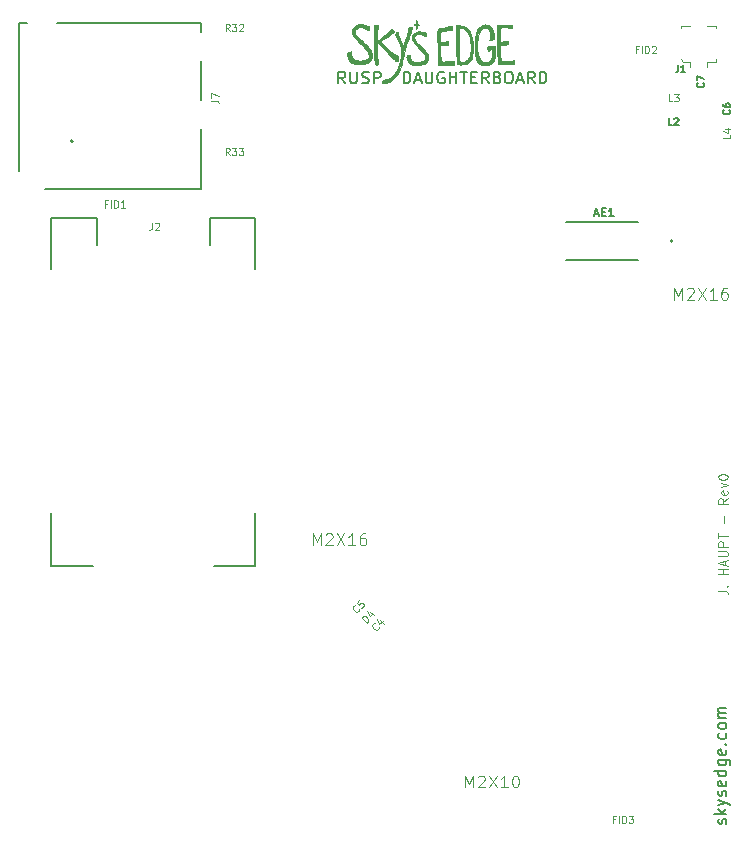
<source format=gbr>
G04 #@! TF.GenerationSoftware,KiCad,Pcbnew,5.1.6+dfsg1-1~bpo10+1*
G04 #@! TF.CreationDate,2021-06-19T16:41:49-04:00*
G04 #@! TF.ProjectId,RUSP_Daughterboard,52555350-5f44-4617-9567-68746572626f,rev?*
G04 #@! TF.SameCoordinates,Original*
G04 #@! TF.FileFunction,Legend,Top*
G04 #@! TF.FilePolarity,Positive*
%FSLAX46Y46*%
G04 Gerber Fmt 4.6, Leading zero omitted, Abs format (unit mm)*
G04 Created by KiCad (PCBNEW 5.1.6+dfsg1-1~bpo10+1) date 2021-06-19 16:41:49*
%MOMM*%
%LPD*%
G01*
G04 APERTURE LIST*
%ADD10C,0.120000*%
%ADD11C,0.150000*%
%ADD12C,0.200000*%
%ADD13C,0.127000*%
%ADD14C,0.010000*%
%ADD15C,0.130000*%
G04 APERTURE END LIST*
D10*
X156161904Y-134452380D02*
X156161904Y-133452380D01*
X156495238Y-134166666D01*
X156828571Y-133452380D01*
X156828571Y-134452380D01*
X157257142Y-133547619D02*
X157304761Y-133500000D01*
X157400000Y-133452380D01*
X157638095Y-133452380D01*
X157733333Y-133500000D01*
X157780952Y-133547619D01*
X157828571Y-133642857D01*
X157828571Y-133738095D01*
X157780952Y-133880952D01*
X157209523Y-134452380D01*
X157828571Y-134452380D01*
X158161904Y-133452380D02*
X158828571Y-134452380D01*
X158828571Y-133452380D02*
X158161904Y-134452380D01*
X159733333Y-134452380D02*
X159161904Y-134452380D01*
X159447619Y-134452380D02*
X159447619Y-133452380D01*
X159352380Y-133595238D01*
X159257142Y-133690476D01*
X159161904Y-133738095D01*
X160352380Y-133452380D02*
X160447619Y-133452380D01*
X160542857Y-133500000D01*
X160590476Y-133547619D01*
X160638095Y-133642857D01*
X160685714Y-133833333D01*
X160685714Y-134071428D01*
X160638095Y-134261904D01*
X160590476Y-134357142D01*
X160542857Y-134404761D01*
X160447619Y-134452380D01*
X160352380Y-134452380D01*
X160257142Y-134404761D01*
X160209523Y-134357142D01*
X160161904Y-134261904D01*
X160114285Y-134071428D01*
X160114285Y-133833333D01*
X160161904Y-133642857D01*
X160209523Y-133547619D01*
X160257142Y-133500000D01*
X160352380Y-133452380D01*
X143261904Y-113952380D02*
X143261904Y-112952380D01*
X143595238Y-113666666D01*
X143928571Y-112952380D01*
X143928571Y-113952380D01*
X144357142Y-113047619D02*
X144404761Y-113000000D01*
X144500000Y-112952380D01*
X144738095Y-112952380D01*
X144833333Y-113000000D01*
X144880952Y-113047619D01*
X144928571Y-113142857D01*
X144928571Y-113238095D01*
X144880952Y-113380952D01*
X144309523Y-113952380D01*
X144928571Y-113952380D01*
X145261904Y-112952380D02*
X145928571Y-113952380D01*
X145928571Y-112952380D02*
X145261904Y-113952380D01*
X146833333Y-113952380D02*
X146261904Y-113952380D01*
X146547619Y-113952380D02*
X146547619Y-112952380D01*
X146452380Y-113095238D01*
X146357142Y-113190476D01*
X146261904Y-113238095D01*
X147690476Y-112952380D02*
X147500000Y-112952380D01*
X147404761Y-113000000D01*
X147357142Y-113047619D01*
X147261904Y-113190476D01*
X147214285Y-113380952D01*
X147214285Y-113761904D01*
X147261904Y-113857142D01*
X147309523Y-113904761D01*
X147404761Y-113952380D01*
X147595238Y-113952380D01*
X147690476Y-113904761D01*
X147738095Y-113857142D01*
X147785714Y-113761904D01*
X147785714Y-113523809D01*
X147738095Y-113428571D01*
X147690476Y-113380952D01*
X147595238Y-113333333D01*
X147404761Y-113333333D01*
X147309523Y-113380952D01*
X147261904Y-113428571D01*
X147214285Y-113523809D01*
X173861904Y-93152380D02*
X173861904Y-92152380D01*
X174195238Y-92866666D01*
X174528571Y-92152380D01*
X174528571Y-93152380D01*
X174957142Y-92247619D02*
X175004761Y-92200000D01*
X175100000Y-92152380D01*
X175338095Y-92152380D01*
X175433333Y-92200000D01*
X175480952Y-92247619D01*
X175528571Y-92342857D01*
X175528571Y-92438095D01*
X175480952Y-92580952D01*
X174909523Y-93152380D01*
X175528571Y-93152380D01*
X175861904Y-92152380D02*
X176528571Y-93152380D01*
X176528571Y-92152380D02*
X175861904Y-93152380D01*
X177433333Y-93152380D02*
X176861904Y-93152380D01*
X177147619Y-93152380D02*
X177147619Y-92152380D01*
X177052380Y-92295238D01*
X176957142Y-92390476D01*
X176861904Y-92438095D01*
X178290476Y-92152380D02*
X178100000Y-92152380D01*
X178004761Y-92200000D01*
X177957142Y-92247619D01*
X177861904Y-92390476D01*
X177814285Y-92580952D01*
X177814285Y-92961904D01*
X177861904Y-93057142D01*
X177909523Y-93104761D01*
X178004761Y-93152380D01*
X178195238Y-93152380D01*
X178290476Y-93104761D01*
X178338095Y-93057142D01*
X178385714Y-92961904D01*
X178385714Y-92723809D01*
X178338095Y-92628571D01*
X178290476Y-92580952D01*
X178195238Y-92533333D01*
X178004761Y-92533333D01*
X177909523Y-92580952D01*
X177861904Y-92628571D01*
X177814285Y-92723809D01*
X177561904Y-117800000D02*
X178133333Y-117800000D01*
X178247619Y-117838095D01*
X178323809Y-117914285D01*
X178361904Y-118028571D01*
X178361904Y-118104761D01*
X178285714Y-117419047D02*
X178323809Y-117380952D01*
X178361904Y-117419047D01*
X178323809Y-117457142D01*
X178285714Y-117419047D01*
X178361904Y-117419047D01*
X178361904Y-116428571D02*
X177561904Y-116428571D01*
X177942857Y-116428571D02*
X177942857Y-115971428D01*
X178361904Y-115971428D02*
X177561904Y-115971428D01*
X178133333Y-115628571D02*
X178133333Y-115247619D01*
X178361904Y-115704761D02*
X177561904Y-115438095D01*
X178361904Y-115171428D01*
X177561904Y-114904761D02*
X178209523Y-114904761D01*
X178285714Y-114866666D01*
X178323809Y-114828571D01*
X178361904Y-114752380D01*
X178361904Y-114600000D01*
X178323809Y-114523809D01*
X178285714Y-114485714D01*
X178209523Y-114447619D01*
X177561904Y-114447619D01*
X178361904Y-114066666D02*
X177561904Y-114066666D01*
X177561904Y-113761904D01*
X177600000Y-113685714D01*
X177638095Y-113647619D01*
X177714285Y-113609523D01*
X177828571Y-113609523D01*
X177904761Y-113647619D01*
X177942857Y-113685714D01*
X177980952Y-113761904D01*
X177980952Y-114066666D01*
X177561904Y-113380952D02*
X177561904Y-112923809D01*
X178361904Y-113152380D02*
X177561904Y-113152380D01*
X178057142Y-112047619D02*
X178057142Y-111438095D01*
X178361904Y-109990476D02*
X177980952Y-110257142D01*
X178361904Y-110447619D02*
X177561904Y-110447619D01*
X177561904Y-110142857D01*
X177600000Y-110066666D01*
X177638095Y-110028571D01*
X177714285Y-109990476D01*
X177828571Y-109990476D01*
X177904761Y-110028571D01*
X177942857Y-110066666D01*
X177980952Y-110142857D01*
X177980952Y-110447619D01*
X178323809Y-109342857D02*
X178361904Y-109419047D01*
X178361904Y-109571428D01*
X178323809Y-109647619D01*
X178247619Y-109685714D01*
X177942857Y-109685714D01*
X177866666Y-109647619D01*
X177828571Y-109571428D01*
X177828571Y-109419047D01*
X177866666Y-109342857D01*
X177942857Y-109304761D01*
X178019047Y-109304761D01*
X178095238Y-109685714D01*
X177828571Y-109038095D02*
X178361904Y-108847619D01*
X177828571Y-108657142D01*
X177561904Y-108200000D02*
X177561904Y-108123809D01*
X177600000Y-108047619D01*
X177638095Y-108009523D01*
X177714285Y-107971428D01*
X177866666Y-107933333D01*
X178057142Y-107933333D01*
X178209523Y-107971428D01*
X178285714Y-108009523D01*
X178323809Y-108047619D01*
X178361904Y-108123809D01*
X178361904Y-108200000D01*
X178323809Y-108276190D01*
X178285714Y-108314285D01*
X178209523Y-108352380D01*
X178057142Y-108390476D01*
X177866666Y-108390476D01*
X177714285Y-108352380D01*
X177638095Y-108314285D01*
X177600000Y-108276190D01*
X177561904Y-108200000D01*
D11*
X178204761Y-137552380D02*
X178252380Y-137457142D01*
X178252380Y-137266666D01*
X178204761Y-137171428D01*
X178109523Y-137123809D01*
X178061904Y-137123809D01*
X177966666Y-137171428D01*
X177919047Y-137266666D01*
X177919047Y-137409523D01*
X177871428Y-137504761D01*
X177776190Y-137552380D01*
X177728571Y-137552380D01*
X177633333Y-137504761D01*
X177585714Y-137409523D01*
X177585714Y-137266666D01*
X177633333Y-137171428D01*
X178252380Y-136695238D02*
X177252380Y-136695238D01*
X177871428Y-136600000D02*
X178252380Y-136314285D01*
X177585714Y-136314285D02*
X177966666Y-136695238D01*
X177585714Y-135980952D02*
X178252380Y-135742857D01*
X177585714Y-135504761D02*
X178252380Y-135742857D01*
X178490476Y-135838095D01*
X178538095Y-135885714D01*
X178585714Y-135980952D01*
X178204761Y-135171428D02*
X178252380Y-135076190D01*
X178252380Y-134885714D01*
X178204761Y-134790476D01*
X178109523Y-134742857D01*
X178061904Y-134742857D01*
X177966666Y-134790476D01*
X177919047Y-134885714D01*
X177919047Y-135028571D01*
X177871428Y-135123809D01*
X177776190Y-135171428D01*
X177728571Y-135171428D01*
X177633333Y-135123809D01*
X177585714Y-135028571D01*
X177585714Y-134885714D01*
X177633333Y-134790476D01*
X178204761Y-133933333D02*
X178252380Y-134028571D01*
X178252380Y-134219047D01*
X178204761Y-134314285D01*
X178109523Y-134361904D01*
X177728571Y-134361904D01*
X177633333Y-134314285D01*
X177585714Y-134219047D01*
X177585714Y-134028571D01*
X177633333Y-133933333D01*
X177728571Y-133885714D01*
X177823809Y-133885714D01*
X177919047Y-134361904D01*
X178252380Y-133028571D02*
X177252380Y-133028571D01*
X178204761Y-133028571D02*
X178252380Y-133123809D01*
X178252380Y-133314285D01*
X178204761Y-133409523D01*
X178157142Y-133457142D01*
X178061904Y-133504761D01*
X177776190Y-133504761D01*
X177680952Y-133457142D01*
X177633333Y-133409523D01*
X177585714Y-133314285D01*
X177585714Y-133123809D01*
X177633333Y-133028571D01*
X177585714Y-132123809D02*
X178395238Y-132123809D01*
X178490476Y-132171428D01*
X178538095Y-132219047D01*
X178585714Y-132314285D01*
X178585714Y-132457142D01*
X178538095Y-132552380D01*
X178204761Y-132123809D02*
X178252380Y-132219047D01*
X178252380Y-132409523D01*
X178204761Y-132504761D01*
X178157142Y-132552380D01*
X178061904Y-132600000D01*
X177776190Y-132600000D01*
X177680952Y-132552380D01*
X177633333Y-132504761D01*
X177585714Y-132409523D01*
X177585714Y-132219047D01*
X177633333Y-132123809D01*
X178204761Y-131266666D02*
X178252380Y-131361904D01*
X178252380Y-131552380D01*
X178204761Y-131647619D01*
X178109523Y-131695238D01*
X177728571Y-131695238D01*
X177633333Y-131647619D01*
X177585714Y-131552380D01*
X177585714Y-131361904D01*
X177633333Y-131266666D01*
X177728571Y-131219047D01*
X177823809Y-131219047D01*
X177919047Y-131695238D01*
X178157142Y-130790476D02*
X178204761Y-130742857D01*
X178252380Y-130790476D01*
X178204761Y-130838095D01*
X178157142Y-130790476D01*
X178252380Y-130790476D01*
X178204761Y-129885714D02*
X178252380Y-129980952D01*
X178252380Y-130171428D01*
X178204761Y-130266666D01*
X178157142Y-130314285D01*
X178061904Y-130361904D01*
X177776190Y-130361904D01*
X177680952Y-130314285D01*
X177633333Y-130266666D01*
X177585714Y-130171428D01*
X177585714Y-129980952D01*
X177633333Y-129885714D01*
X178252380Y-129314285D02*
X178204761Y-129409523D01*
X178157142Y-129457142D01*
X178061904Y-129504761D01*
X177776190Y-129504761D01*
X177680952Y-129457142D01*
X177633333Y-129409523D01*
X177585714Y-129314285D01*
X177585714Y-129171428D01*
X177633333Y-129076190D01*
X177680952Y-129028571D01*
X177776190Y-128980952D01*
X178061904Y-128980952D01*
X178157142Y-129028571D01*
X178204761Y-129076190D01*
X178252380Y-129171428D01*
X178252380Y-129314285D01*
X178252380Y-128552380D02*
X177585714Y-128552380D01*
X177680952Y-128552380D02*
X177633333Y-128504761D01*
X177585714Y-128409523D01*
X177585714Y-128266666D01*
X177633333Y-128171428D01*
X177728571Y-128123809D01*
X178252380Y-128123809D01*
X177728571Y-128123809D02*
X177633333Y-128076190D01*
X177585714Y-127980952D01*
X177585714Y-127838095D01*
X177633333Y-127742857D01*
X177728571Y-127695238D01*
X178252380Y-127695238D01*
X145985714Y-74852380D02*
X145652380Y-74376190D01*
X145414285Y-74852380D02*
X145414285Y-73852380D01*
X145795238Y-73852380D01*
X145890476Y-73900000D01*
X145938095Y-73947619D01*
X145985714Y-74042857D01*
X145985714Y-74185714D01*
X145938095Y-74280952D01*
X145890476Y-74328571D01*
X145795238Y-74376190D01*
X145414285Y-74376190D01*
X146414285Y-73852380D02*
X146414285Y-74661904D01*
X146461904Y-74757142D01*
X146509523Y-74804761D01*
X146604761Y-74852380D01*
X146795238Y-74852380D01*
X146890476Y-74804761D01*
X146938095Y-74757142D01*
X146985714Y-74661904D01*
X146985714Y-73852380D01*
X147414285Y-74804761D02*
X147557142Y-74852380D01*
X147795238Y-74852380D01*
X147890476Y-74804761D01*
X147938095Y-74757142D01*
X147985714Y-74661904D01*
X147985714Y-74566666D01*
X147938095Y-74471428D01*
X147890476Y-74423809D01*
X147795238Y-74376190D01*
X147604761Y-74328571D01*
X147509523Y-74280952D01*
X147461904Y-74233333D01*
X147414285Y-74138095D01*
X147414285Y-74042857D01*
X147461904Y-73947619D01*
X147509523Y-73900000D01*
X147604761Y-73852380D01*
X147842857Y-73852380D01*
X147985714Y-73900000D01*
X148414285Y-74852380D02*
X148414285Y-73852380D01*
X148795238Y-73852380D01*
X148890476Y-73900000D01*
X148938095Y-73947619D01*
X148985714Y-74042857D01*
X148985714Y-74185714D01*
X148938095Y-74280952D01*
X148890476Y-74328571D01*
X148795238Y-74376190D01*
X148414285Y-74376190D01*
X150938095Y-74852380D02*
X150938095Y-73852380D01*
X151176190Y-73852380D01*
X151319047Y-73900000D01*
X151414285Y-73995238D01*
X151461904Y-74090476D01*
X151509523Y-74280952D01*
X151509523Y-74423809D01*
X151461904Y-74614285D01*
X151414285Y-74709523D01*
X151319047Y-74804761D01*
X151176190Y-74852380D01*
X150938095Y-74852380D01*
X151890476Y-74566666D02*
X152366666Y-74566666D01*
X151795238Y-74852380D02*
X152128571Y-73852380D01*
X152461904Y-74852380D01*
X152795238Y-73852380D02*
X152795238Y-74661904D01*
X152842857Y-74757142D01*
X152890476Y-74804761D01*
X152985714Y-74852380D01*
X153176190Y-74852380D01*
X153271428Y-74804761D01*
X153319047Y-74757142D01*
X153366666Y-74661904D01*
X153366666Y-73852380D01*
X154366666Y-73900000D02*
X154271428Y-73852380D01*
X154128571Y-73852380D01*
X153985714Y-73900000D01*
X153890476Y-73995238D01*
X153842857Y-74090476D01*
X153795238Y-74280952D01*
X153795238Y-74423809D01*
X153842857Y-74614285D01*
X153890476Y-74709523D01*
X153985714Y-74804761D01*
X154128571Y-74852380D01*
X154223809Y-74852380D01*
X154366666Y-74804761D01*
X154414285Y-74757142D01*
X154414285Y-74423809D01*
X154223809Y-74423809D01*
X154842857Y-74852380D02*
X154842857Y-73852380D01*
X154842857Y-74328571D02*
X155414285Y-74328571D01*
X155414285Y-74852380D02*
X155414285Y-73852380D01*
X155747619Y-73852380D02*
X156319047Y-73852380D01*
X156033333Y-74852380D02*
X156033333Y-73852380D01*
X156652380Y-74328571D02*
X156985714Y-74328571D01*
X157128571Y-74852380D02*
X156652380Y-74852380D01*
X156652380Y-73852380D01*
X157128571Y-73852380D01*
X158128571Y-74852380D02*
X157795238Y-74376190D01*
X157557142Y-74852380D02*
X157557142Y-73852380D01*
X157938095Y-73852380D01*
X158033333Y-73900000D01*
X158080952Y-73947619D01*
X158128571Y-74042857D01*
X158128571Y-74185714D01*
X158080952Y-74280952D01*
X158033333Y-74328571D01*
X157938095Y-74376190D01*
X157557142Y-74376190D01*
X158890476Y-74328571D02*
X159033333Y-74376190D01*
X159080952Y-74423809D01*
X159128571Y-74519047D01*
X159128571Y-74661904D01*
X159080952Y-74757142D01*
X159033333Y-74804761D01*
X158938095Y-74852380D01*
X158557142Y-74852380D01*
X158557142Y-73852380D01*
X158890476Y-73852380D01*
X158985714Y-73900000D01*
X159033333Y-73947619D01*
X159080952Y-74042857D01*
X159080952Y-74138095D01*
X159033333Y-74233333D01*
X158985714Y-74280952D01*
X158890476Y-74328571D01*
X158557142Y-74328571D01*
X159747619Y-73852380D02*
X159938095Y-73852380D01*
X160033333Y-73900000D01*
X160128571Y-73995238D01*
X160176190Y-74185714D01*
X160176190Y-74519047D01*
X160128571Y-74709523D01*
X160033333Y-74804761D01*
X159938095Y-74852380D01*
X159747619Y-74852380D01*
X159652380Y-74804761D01*
X159557142Y-74709523D01*
X159509523Y-74519047D01*
X159509523Y-74185714D01*
X159557142Y-73995238D01*
X159652380Y-73900000D01*
X159747619Y-73852380D01*
X160557142Y-74566666D02*
X161033333Y-74566666D01*
X160461904Y-74852380D02*
X160795238Y-73852380D01*
X161128571Y-74852380D01*
X162033333Y-74852380D02*
X161700000Y-74376190D01*
X161461904Y-74852380D02*
X161461904Y-73852380D01*
X161842857Y-73852380D01*
X161938095Y-73900000D01*
X161985714Y-73947619D01*
X162033333Y-74042857D01*
X162033333Y-74185714D01*
X161985714Y-74280952D01*
X161938095Y-74328571D01*
X161842857Y-74376190D01*
X161461904Y-74376190D01*
X162461904Y-74852380D02*
X162461904Y-73852380D01*
X162700000Y-73852380D01*
X162842857Y-73900000D01*
X162938095Y-73995238D01*
X162985714Y-74090476D01*
X163033333Y-74280952D01*
X163033333Y-74423809D01*
X162985714Y-74614285D01*
X162938095Y-74709523D01*
X162842857Y-74804761D01*
X162700000Y-74852380D01*
X162461904Y-74852380D01*
D12*
X173700000Y-88200000D02*
G75*
G03*
X173700000Y-88200000I-100000J0D01*
G01*
D13*
X164650000Y-86600000D02*
X170750000Y-86600000D01*
X170750000Y-89800000D02*
X164650000Y-89800000D01*
D10*
X176600000Y-73000000D02*
X176600000Y-73500000D01*
X175200000Y-73000000D02*
X175200000Y-73500000D01*
X175200000Y-73000000D02*
X174600000Y-73000000D01*
X174600000Y-73000000D02*
X174400000Y-72800000D01*
X177400000Y-72800000D02*
X177400000Y-73000000D01*
X177400000Y-73000000D02*
X176600000Y-73000000D01*
X176600000Y-70000000D02*
X177400000Y-70000000D01*
X177400000Y-70000000D02*
X177400000Y-70200000D01*
X174400000Y-70200000D02*
X174400000Y-70000000D01*
X174400000Y-70000000D02*
X175200000Y-70000000D01*
D11*
X138350000Y-115750000D02*
X134850000Y-115750000D01*
X138350000Y-115750000D02*
X138350000Y-111250000D01*
X124650000Y-115750000D02*
X121050000Y-115750000D01*
X121050000Y-115750000D02*
X121050000Y-111250000D01*
X138350000Y-90550000D02*
X138350000Y-86250000D01*
X138350000Y-86250000D02*
X134550000Y-86250000D01*
X134550000Y-86250000D02*
X134550000Y-88550000D01*
X121050000Y-90550000D02*
X121050000Y-86250000D01*
X121050000Y-86250000D02*
X124950000Y-86250000D01*
X124950000Y-86250000D02*
X124950000Y-88550000D01*
D12*
X121550000Y-69750000D02*
X133825000Y-69750000D01*
X133825000Y-69750000D02*
X133825000Y-70476200D01*
X118375000Y-69750000D02*
X118375000Y-82300000D01*
X133825000Y-72940000D02*
X133825000Y-76292800D01*
X118375000Y-69750000D02*
X119050000Y-69750000D01*
X120550000Y-83750000D02*
X133825000Y-83750000D01*
X133825000Y-78731200D02*
X133825000Y-83750000D01*
X122950000Y-79750000D02*
G75*
G03*
X122950000Y-79750000I-100000J0D01*
G01*
D14*
G36*
X152035052Y-69644995D02*
G01*
X152055165Y-69753484D01*
X152084885Y-69817338D01*
X152131990Y-69847110D01*
X152188750Y-69853490D01*
X152241108Y-69862938D01*
X152247211Y-69883341D01*
X152211753Y-69904365D01*
X152161141Y-69914284D01*
X152110534Y-69922018D01*
X152081873Y-69942040D01*
X152066343Y-69988242D01*
X152055128Y-70074516D01*
X152054241Y-70082752D01*
X152040941Y-70178123D01*
X152026475Y-70240236D01*
X152013503Y-70263424D01*
X152004682Y-70242020D01*
X152002391Y-70193270D01*
X151994487Y-70061915D01*
X151968748Y-69976468D01*
X151922138Y-69929641D01*
X151887643Y-69917931D01*
X151822360Y-69897661D01*
X151793404Y-69874888D01*
X151806543Y-69857758D01*
X151842012Y-69853490D01*
X151906350Y-69845245D01*
X151947519Y-69814217D01*
X151973463Y-69749400D01*
X151991199Y-69646848D01*
X152013220Y-69481196D01*
X152035052Y-69644995D01*
G37*
X152035052Y-69644995D02*
X152055165Y-69753484D01*
X152084885Y-69817338D01*
X152131990Y-69847110D01*
X152188750Y-69853490D01*
X152241108Y-69862938D01*
X152247211Y-69883341D01*
X152211753Y-69904365D01*
X152161141Y-69914284D01*
X152110534Y-69922018D01*
X152081873Y-69942040D01*
X152066343Y-69988242D01*
X152055128Y-70074516D01*
X152054241Y-70082752D01*
X152040941Y-70178123D01*
X152026475Y-70240236D01*
X152013503Y-70263424D01*
X152004682Y-70242020D01*
X152002391Y-70193270D01*
X151994487Y-70061915D01*
X151968748Y-69976468D01*
X151922138Y-69929641D01*
X151887643Y-69917931D01*
X151822360Y-69897661D01*
X151793404Y-69874888D01*
X151806543Y-69857758D01*
X151842012Y-69853490D01*
X151906350Y-69845245D01*
X151947519Y-69814217D01*
X151973463Y-69749400D01*
X151991199Y-69646848D01*
X152013220Y-69481196D01*
X152035052Y-69644995D01*
G36*
X147373295Y-69834675D02*
G01*
X147479766Y-69856966D01*
X147604563Y-69888949D01*
X147733138Y-69926392D01*
X147850948Y-69965067D01*
X147943445Y-70000744D01*
X147995365Y-70028599D01*
X148018438Y-70070900D01*
X148021210Y-70150280D01*
X148016929Y-70194946D01*
X148005236Y-70275916D01*
X147993348Y-70331030D01*
X147987996Y-70343598D01*
X147960261Y-70336788D01*
X147906181Y-70304301D01*
X147883606Y-70288122D01*
X147750832Y-70210447D01*
X147593504Y-70151639D01*
X147426355Y-70114209D01*
X147264116Y-70100669D01*
X147121519Y-70113530D01*
X147033892Y-70143253D01*
X146923175Y-70228813D01*
X146850777Y-70344126D01*
X146821580Y-70476096D01*
X146840467Y-70611630D01*
X146849882Y-70636672D01*
X146910453Y-70739304D01*
X147016906Y-70868436D01*
X147167662Y-71022346D01*
X147361146Y-71199308D01*
X147377934Y-71213984D01*
X147608657Y-71419605D01*
X147797533Y-71599205D01*
X147948235Y-71758022D01*
X148064432Y-71901298D01*
X148149795Y-72034270D01*
X148207995Y-72162177D01*
X148242703Y-72290260D01*
X148257589Y-72423757D01*
X148258787Y-72471247D01*
X148244177Y-72663808D01*
X148195754Y-72823736D01*
X148110736Y-72953049D01*
X147986337Y-73053761D01*
X147819774Y-73127890D01*
X147608263Y-73177451D01*
X147349021Y-73204460D01*
X147239891Y-73209158D01*
X147095171Y-73211548D01*
X146961944Y-73210379D01*
X146854462Y-73205993D01*
X146786975Y-73198735D01*
X146784347Y-73198180D01*
X146595297Y-73128945D01*
X146432315Y-73013998D01*
X146299590Y-72858323D01*
X146201308Y-72666907D01*
X146141658Y-72444733D01*
X146139386Y-72430452D01*
X146121735Y-72315142D01*
X146270043Y-72230288D01*
X146353176Y-72185436D01*
X146419244Y-72154681D01*
X146449502Y-72145435D01*
X146468941Y-72171327D01*
X146479544Y-72242998D01*
X146480921Y-72290381D01*
X146505855Y-72475418D01*
X146576936Y-72634770D01*
X146689677Y-72762713D01*
X146839592Y-72853522D01*
X146950000Y-72888839D01*
X147128503Y-72913439D01*
X147323721Y-72913703D01*
X147518315Y-72891603D01*
X147694941Y-72849112D01*
X147836258Y-72788205D01*
X147836696Y-72787947D01*
X147927679Y-72704152D01*
X147979732Y-72588385D01*
X147991478Y-72449156D01*
X147961537Y-72294976D01*
X147929779Y-72213348D01*
X147892032Y-72155867D01*
X147817037Y-72064840D01*
X147708226Y-71944059D01*
X147569032Y-71797316D01*
X147402886Y-71628401D01*
X147375459Y-71600995D01*
X147169851Y-71393307D01*
X147002152Y-71217047D01*
X146868823Y-71067159D01*
X146766326Y-70938588D01*
X146691122Y-70826277D01*
X146639673Y-70725170D01*
X146608440Y-70630213D01*
X146593885Y-70536348D01*
X146591693Y-70481124D01*
X146607999Y-70330806D01*
X146662824Y-70198050D01*
X146762773Y-70068219D01*
X146791215Y-70038854D01*
X146946542Y-69920789D01*
X147126108Y-69848345D01*
X147299696Y-69826305D01*
X147373295Y-69834675D01*
G37*
X147373295Y-69834675D02*
X147479766Y-69856966D01*
X147604563Y-69888949D01*
X147733138Y-69926392D01*
X147850948Y-69965067D01*
X147943445Y-70000744D01*
X147995365Y-70028599D01*
X148018438Y-70070900D01*
X148021210Y-70150280D01*
X148016929Y-70194946D01*
X148005236Y-70275916D01*
X147993348Y-70331030D01*
X147987996Y-70343598D01*
X147960261Y-70336788D01*
X147906181Y-70304301D01*
X147883606Y-70288122D01*
X147750832Y-70210447D01*
X147593504Y-70151639D01*
X147426355Y-70114209D01*
X147264116Y-70100669D01*
X147121519Y-70113530D01*
X147033892Y-70143253D01*
X146923175Y-70228813D01*
X146850777Y-70344126D01*
X146821580Y-70476096D01*
X146840467Y-70611630D01*
X146849882Y-70636672D01*
X146910453Y-70739304D01*
X147016906Y-70868436D01*
X147167662Y-71022346D01*
X147361146Y-71199308D01*
X147377934Y-71213984D01*
X147608657Y-71419605D01*
X147797533Y-71599205D01*
X147948235Y-71758022D01*
X148064432Y-71901298D01*
X148149795Y-72034270D01*
X148207995Y-72162177D01*
X148242703Y-72290260D01*
X148257589Y-72423757D01*
X148258787Y-72471247D01*
X148244177Y-72663808D01*
X148195754Y-72823736D01*
X148110736Y-72953049D01*
X147986337Y-73053761D01*
X147819774Y-73127890D01*
X147608263Y-73177451D01*
X147349021Y-73204460D01*
X147239891Y-73209158D01*
X147095171Y-73211548D01*
X146961944Y-73210379D01*
X146854462Y-73205993D01*
X146786975Y-73198735D01*
X146784347Y-73198180D01*
X146595297Y-73128945D01*
X146432315Y-73013998D01*
X146299590Y-72858323D01*
X146201308Y-72666907D01*
X146141658Y-72444733D01*
X146139386Y-72430452D01*
X146121735Y-72315142D01*
X146270043Y-72230288D01*
X146353176Y-72185436D01*
X146419244Y-72154681D01*
X146449502Y-72145435D01*
X146468941Y-72171327D01*
X146479544Y-72242998D01*
X146480921Y-72290381D01*
X146505855Y-72475418D01*
X146576936Y-72634770D01*
X146689677Y-72762713D01*
X146839592Y-72853522D01*
X146950000Y-72888839D01*
X147128503Y-72913439D01*
X147323721Y-72913703D01*
X147518315Y-72891603D01*
X147694941Y-72849112D01*
X147836258Y-72788205D01*
X147836696Y-72787947D01*
X147927679Y-72704152D01*
X147979732Y-72588385D01*
X147991478Y-72449156D01*
X147961537Y-72294976D01*
X147929779Y-72213348D01*
X147892032Y-72155867D01*
X147817037Y-72064840D01*
X147708226Y-71944059D01*
X147569032Y-71797316D01*
X147402886Y-71628401D01*
X147375459Y-71600995D01*
X147169851Y-71393307D01*
X147002152Y-71217047D01*
X146868823Y-71067159D01*
X146766326Y-70938588D01*
X146691122Y-70826277D01*
X146639673Y-70725170D01*
X146608440Y-70630213D01*
X146593885Y-70536348D01*
X146591693Y-70481124D01*
X146607999Y-70330806D01*
X146662824Y-70198050D01*
X146762773Y-70068219D01*
X146791215Y-70038854D01*
X146946542Y-69920789D01*
X147126108Y-69848345D01*
X147299696Y-69826305D01*
X147373295Y-69834675D01*
G36*
X159712350Y-69870538D02*
G01*
X159795885Y-69873797D01*
X160114306Y-69889479D01*
X160123902Y-69990098D01*
X160128422Y-70097414D01*
X160112070Y-70160217D01*
X160067516Y-70183353D01*
X159987425Y-70171667D01*
X159895047Y-70141306D01*
X159809263Y-70119880D01*
X159694347Y-70104203D01*
X159564335Y-70094622D01*
X159433263Y-70091485D01*
X159315168Y-70095136D01*
X159224086Y-70105923D01*
X159174830Y-70123526D01*
X159148297Y-70172064D01*
X159123836Y-70266661D01*
X159102624Y-70398165D01*
X159085837Y-70557426D01*
X159074651Y-70735292D01*
X159070242Y-70922612D01*
X159070217Y-70937452D01*
X159070299Y-71072889D01*
X159075227Y-71173305D01*
X159092028Y-71242917D01*
X159127726Y-71285943D01*
X159189346Y-71306599D01*
X159283914Y-71309103D01*
X159418455Y-71297672D01*
X159599994Y-71276523D01*
X159629293Y-71273058D01*
X159788043Y-71254354D01*
X159788043Y-71379014D01*
X159780231Y-71463348D01*
X159760330Y-71523069D01*
X159751336Y-71534138D01*
X159706489Y-71548066D01*
X159616094Y-71557953D01*
X159489728Y-71562961D01*
X159417179Y-71563378D01*
X159294200Y-71564474D01*
X159192472Y-71568391D01*
X159124175Y-71574473D01*
X159101875Y-71580365D01*
X159094065Y-71615916D01*
X159089488Y-71696402D01*
X159087917Y-71811648D01*
X159089124Y-71951481D01*
X159092883Y-72105726D01*
X159098965Y-72264210D01*
X159107144Y-72416757D01*
X159117193Y-72553195D01*
X159125455Y-72635726D01*
X159146324Y-72783480D01*
X159169162Y-72880989D01*
X159195216Y-72933219D01*
X159201579Y-72939185D01*
X159256091Y-72957807D01*
X159353499Y-72968810D01*
X159482004Y-72972151D01*
X159629807Y-72967790D01*
X159785109Y-72955684D01*
X159898478Y-72941635D01*
X160012050Y-72926155D01*
X160114931Y-72914147D01*
X160185789Y-72908089D01*
X160188369Y-72907977D01*
X160271195Y-72904674D01*
X160271195Y-73235978D01*
X159603614Y-73243367D01*
X159415722Y-73244464D01*
X159247414Y-73243563D01*
X159106305Y-73240857D01*
X159000011Y-73236535D01*
X158936146Y-73230791D01*
X158920848Y-73226185D01*
X158914918Y-73190272D01*
X158908794Y-73105544D01*
X158902599Y-72978402D01*
X158896454Y-72815247D01*
X158890484Y-72622480D01*
X158884810Y-72406503D01*
X158879555Y-72173717D01*
X158874843Y-71930523D01*
X158870794Y-71683322D01*
X158867533Y-71438515D01*
X158865182Y-71202504D01*
X158863864Y-70981690D01*
X158863701Y-70782473D01*
X158864815Y-70611256D01*
X158867331Y-70474440D01*
X158867804Y-70458313D01*
X158885493Y-69889344D01*
X159181478Y-69873729D01*
X159342826Y-69868496D01*
X159529645Y-69867433D01*
X159712350Y-69870538D01*
G37*
X159712350Y-69870538D02*
X159795885Y-69873797D01*
X160114306Y-69889479D01*
X160123902Y-69990098D01*
X160128422Y-70097414D01*
X160112070Y-70160217D01*
X160067516Y-70183353D01*
X159987425Y-70171667D01*
X159895047Y-70141306D01*
X159809263Y-70119880D01*
X159694347Y-70104203D01*
X159564335Y-70094622D01*
X159433263Y-70091485D01*
X159315168Y-70095136D01*
X159224086Y-70105923D01*
X159174830Y-70123526D01*
X159148297Y-70172064D01*
X159123836Y-70266661D01*
X159102624Y-70398165D01*
X159085837Y-70557426D01*
X159074651Y-70735292D01*
X159070242Y-70922612D01*
X159070217Y-70937452D01*
X159070299Y-71072889D01*
X159075227Y-71173305D01*
X159092028Y-71242917D01*
X159127726Y-71285943D01*
X159189346Y-71306599D01*
X159283914Y-71309103D01*
X159418455Y-71297672D01*
X159599994Y-71276523D01*
X159629293Y-71273058D01*
X159788043Y-71254354D01*
X159788043Y-71379014D01*
X159780231Y-71463348D01*
X159760330Y-71523069D01*
X159751336Y-71534138D01*
X159706489Y-71548066D01*
X159616094Y-71557953D01*
X159489728Y-71562961D01*
X159417179Y-71563378D01*
X159294200Y-71564474D01*
X159192472Y-71568391D01*
X159124175Y-71574473D01*
X159101875Y-71580365D01*
X159094065Y-71615916D01*
X159089488Y-71696402D01*
X159087917Y-71811648D01*
X159089124Y-71951481D01*
X159092883Y-72105726D01*
X159098965Y-72264210D01*
X159107144Y-72416757D01*
X159117193Y-72553195D01*
X159125455Y-72635726D01*
X159146324Y-72783480D01*
X159169162Y-72880989D01*
X159195216Y-72933219D01*
X159201579Y-72939185D01*
X159256091Y-72957807D01*
X159353499Y-72968810D01*
X159482004Y-72972151D01*
X159629807Y-72967790D01*
X159785109Y-72955684D01*
X159898478Y-72941635D01*
X160012050Y-72926155D01*
X160114931Y-72914147D01*
X160185789Y-72908089D01*
X160188369Y-72907977D01*
X160271195Y-72904674D01*
X160271195Y-73235978D01*
X159603614Y-73243367D01*
X159415722Y-73244464D01*
X159247414Y-73243563D01*
X159106305Y-73240857D01*
X159000011Y-73236535D01*
X158936146Y-73230791D01*
X158920848Y-73226185D01*
X158914918Y-73190272D01*
X158908794Y-73105544D01*
X158902599Y-72978402D01*
X158896454Y-72815247D01*
X158890484Y-72622480D01*
X158884810Y-72406503D01*
X158879555Y-72173717D01*
X158874843Y-71930523D01*
X158870794Y-71683322D01*
X158867533Y-71438515D01*
X158865182Y-71202504D01*
X158863864Y-70981690D01*
X158863701Y-70782473D01*
X158864815Y-70611256D01*
X158867331Y-70474440D01*
X158867804Y-70458313D01*
X158885493Y-69889344D01*
X159181478Y-69873729D01*
X159342826Y-69868496D01*
X159529645Y-69867433D01*
X159712350Y-69870538D01*
G36*
X155639837Y-69941476D02*
G01*
X155786590Y-69949021D01*
X155894728Y-69961135D01*
X155980832Y-69980850D01*
X156061481Y-70011195D01*
X156088478Y-70023474D01*
X156278764Y-70142854D01*
X156440546Y-70308780D01*
X156573418Y-70520263D01*
X156676973Y-70776313D01*
X156750804Y-71075943D01*
X156794506Y-71418163D01*
X156807752Y-71772718D01*
X156795573Y-72117335D01*
X156758682Y-72413515D01*
X156696570Y-72662451D01*
X156608729Y-72865338D01*
X156494650Y-73023369D01*
X156353824Y-73137737D01*
X156196524Y-73206522D01*
X156107639Y-73225415D01*
X155993005Y-73239250D01*
X155864714Y-73247886D01*
X155734853Y-73251183D01*
X155615515Y-73249002D01*
X155518789Y-73241203D01*
X155456764Y-73227645D01*
X155440642Y-73215272D01*
X155438215Y-73183408D01*
X155434444Y-73102363D01*
X155429517Y-72978148D01*
X155423618Y-72816778D01*
X155416932Y-72624268D01*
X155409646Y-72406630D01*
X155401944Y-72169878D01*
X155394012Y-71920026D01*
X155386036Y-71663089D01*
X155378200Y-71405079D01*
X155370691Y-71152011D01*
X155363693Y-70909898D01*
X155362436Y-70864971D01*
X155592208Y-70864971D01*
X155592235Y-71105302D01*
X155592327Y-71228417D01*
X155594034Y-71607588D01*
X155598460Y-71945313D01*
X155605510Y-72239610D01*
X155615091Y-72488501D01*
X155627109Y-72690005D01*
X155641471Y-72842142D01*
X155658083Y-72942933D01*
X155675573Y-72988977D01*
X155723204Y-73018291D01*
X155793740Y-73036703D01*
X155863637Y-73045733D01*
X155908925Y-73052066D01*
X155909021Y-73052082D01*
X155946467Y-73043124D01*
X156017498Y-73015413D01*
X156102282Y-72977030D01*
X156267127Y-72879006D01*
X156394302Y-72756405D01*
X156496667Y-72595987D01*
X156521124Y-72545761D01*
X156550939Y-72477774D01*
X156572260Y-72415553D01*
X156586839Y-72347290D01*
X156596429Y-72261176D01*
X156602782Y-72145403D01*
X156607651Y-71988164D01*
X156608430Y-71957549D01*
X156604230Y-71620001D01*
X156575126Y-71308722D01*
X156522625Y-71027242D01*
X156448233Y-70779094D01*
X156353455Y-70567807D01*
X156239798Y-70396914D01*
X156108767Y-70269944D01*
X155961869Y-70190429D01*
X155843526Y-70164187D01*
X155750493Y-70162879D01*
X155672558Y-70174715D01*
X155650764Y-70183063D01*
X155635392Y-70192303D01*
X155622943Y-70205511D01*
X155613116Y-70228116D01*
X155605607Y-70265544D01*
X155600112Y-70323222D01*
X155596328Y-70406576D01*
X155593952Y-70521035D01*
X155592680Y-70672024D01*
X155592208Y-70864971D01*
X155362436Y-70864971D01*
X155357393Y-70684754D01*
X155351975Y-70482592D01*
X155347625Y-70309428D01*
X155344529Y-70171274D01*
X155342872Y-70074144D01*
X155342648Y-70037218D01*
X155343043Y-69930631D01*
X155639837Y-69941476D01*
G37*
X155639837Y-69941476D02*
X155786590Y-69949021D01*
X155894728Y-69961135D01*
X155980832Y-69980850D01*
X156061481Y-70011195D01*
X156088478Y-70023474D01*
X156278764Y-70142854D01*
X156440546Y-70308780D01*
X156573418Y-70520263D01*
X156676973Y-70776313D01*
X156750804Y-71075943D01*
X156794506Y-71418163D01*
X156807752Y-71772718D01*
X156795573Y-72117335D01*
X156758682Y-72413515D01*
X156696570Y-72662451D01*
X156608729Y-72865338D01*
X156494650Y-73023369D01*
X156353824Y-73137737D01*
X156196524Y-73206522D01*
X156107639Y-73225415D01*
X155993005Y-73239250D01*
X155864714Y-73247886D01*
X155734853Y-73251183D01*
X155615515Y-73249002D01*
X155518789Y-73241203D01*
X155456764Y-73227645D01*
X155440642Y-73215272D01*
X155438215Y-73183408D01*
X155434444Y-73102363D01*
X155429517Y-72978148D01*
X155423618Y-72816778D01*
X155416932Y-72624268D01*
X155409646Y-72406630D01*
X155401944Y-72169878D01*
X155394012Y-71920026D01*
X155386036Y-71663089D01*
X155378200Y-71405079D01*
X155370691Y-71152011D01*
X155363693Y-70909898D01*
X155362436Y-70864971D01*
X155592208Y-70864971D01*
X155592235Y-71105302D01*
X155592327Y-71228417D01*
X155594034Y-71607588D01*
X155598460Y-71945313D01*
X155605510Y-72239610D01*
X155615091Y-72488501D01*
X155627109Y-72690005D01*
X155641471Y-72842142D01*
X155658083Y-72942933D01*
X155675573Y-72988977D01*
X155723204Y-73018291D01*
X155793740Y-73036703D01*
X155863637Y-73045733D01*
X155908925Y-73052066D01*
X155909021Y-73052082D01*
X155946467Y-73043124D01*
X156017498Y-73015413D01*
X156102282Y-72977030D01*
X156267127Y-72879006D01*
X156394302Y-72756405D01*
X156496667Y-72595987D01*
X156521124Y-72545761D01*
X156550939Y-72477774D01*
X156572260Y-72415553D01*
X156586839Y-72347290D01*
X156596429Y-72261176D01*
X156602782Y-72145403D01*
X156607651Y-71988164D01*
X156608430Y-71957549D01*
X156604230Y-71620001D01*
X156575126Y-71308722D01*
X156522625Y-71027242D01*
X156448233Y-70779094D01*
X156353455Y-70567807D01*
X156239798Y-70396914D01*
X156108767Y-70269944D01*
X155961869Y-70190429D01*
X155843526Y-70164187D01*
X155750493Y-70162879D01*
X155672558Y-70174715D01*
X155650764Y-70183063D01*
X155635392Y-70192303D01*
X155622943Y-70205511D01*
X155613116Y-70228116D01*
X155605607Y-70265544D01*
X155600112Y-70323222D01*
X155596328Y-70406576D01*
X155593952Y-70521035D01*
X155592680Y-70672024D01*
X155592208Y-70864971D01*
X155362436Y-70864971D01*
X155357393Y-70684754D01*
X155351975Y-70482592D01*
X155347625Y-70309428D01*
X155344529Y-70171274D01*
X155342872Y-70074144D01*
X155342648Y-70037218D01*
X155343043Y-69930631D01*
X155639837Y-69941476D01*
G36*
X148788086Y-69956128D02*
G01*
X148747649Y-70161856D01*
X148714412Y-70367336D01*
X148689158Y-70563824D01*
X148672669Y-70742573D01*
X148665730Y-70894839D01*
X148669123Y-71011876D01*
X148683632Y-71084938D01*
X148686475Y-71090938D01*
X148719197Y-71133551D01*
X148762601Y-71151661D01*
X148821396Y-71142947D01*
X148900290Y-71105090D01*
X149003990Y-71035772D01*
X149137204Y-70932672D01*
X149304641Y-70793473D01*
X149324347Y-70776711D01*
X149445197Y-70670732D01*
X149573698Y-70553153D01*
X149689772Y-70442530D01*
X149737680Y-70394803D01*
X149818280Y-70315091D01*
X149885394Y-70253123D01*
X149929199Y-70217761D01*
X149939363Y-70212826D01*
X149961659Y-70236075D01*
X149996769Y-70296629D01*
X150031877Y-70369958D01*
X150101368Y-70527089D01*
X150037260Y-70576436D01*
X149993413Y-70606482D01*
X149911271Y-70659427D01*
X149799802Y-70729619D01*
X149667974Y-70811405D01*
X149543379Y-70887785D01*
X149402071Y-70975282D01*
X149274503Y-71056803D01*
X149169355Y-71126602D01*
X149095307Y-71178931D01*
X149062748Y-71205984D01*
X149036973Y-71242675D01*
X149030385Y-71282604D01*
X149046592Y-71333813D01*
X149089202Y-71404345D01*
X149161824Y-71502241D01*
X149239670Y-71600341D01*
X149504159Y-71889357D01*
X149796852Y-72132264D01*
X150123067Y-72333202D01*
X150278340Y-72409272D01*
X150391437Y-72464936D01*
X150463201Y-72516639D01*
X150498313Y-72576449D01*
X150501451Y-72656432D01*
X150477294Y-72768657D01*
X150451683Y-72856359D01*
X150425202Y-72918274D01*
X150383182Y-72942591D01*
X150329532Y-72946087D01*
X150276420Y-72940306D01*
X150226752Y-72917441D01*
X150168379Y-72869210D01*
X150089155Y-72787331D01*
X150076462Y-72773533D01*
X149996313Y-72687069D01*
X149890800Y-72574606D01*
X149772882Y-72449893D01*
X149655521Y-72326682D01*
X149640593Y-72311087D01*
X149517671Y-72181099D01*
X149386506Y-72039639D01*
X149262545Y-71903521D01*
X149161238Y-71789559D01*
X149158592Y-71786522D01*
X149046828Y-71659728D01*
X148963151Y-71569627D01*
X148900647Y-71510205D01*
X148852403Y-71475447D01*
X148811504Y-71459341D01*
X148778392Y-71455831D01*
X148737608Y-71462867D01*
X148707021Y-71488915D01*
X148685635Y-71540035D01*
X148672452Y-71622287D01*
X148666476Y-71741731D01*
X148666710Y-71904424D01*
X148671760Y-72104022D01*
X148686125Y-72399265D01*
X148708930Y-72657562D01*
X148739407Y-72870455D01*
X148743220Y-72890870D01*
X148766190Y-73013388D01*
X148784639Y-73117250D01*
X148796333Y-73189539D01*
X148799328Y-73215272D01*
X148775402Y-73237717D01*
X148701147Y-73248542D01*
X148647068Y-73249783D01*
X148545611Y-73243479D01*
X148491103Y-73225307D01*
X148483714Y-73215272D01*
X148480741Y-73180240D01*
X148477124Y-73096238D01*
X148472988Y-72969506D01*
X148468455Y-72806286D01*
X148463648Y-72612819D01*
X148458692Y-72395346D01*
X148453708Y-72160108D01*
X148448821Y-71913347D01*
X148444154Y-71661304D01*
X148439830Y-71410219D01*
X148435973Y-71166336D01*
X148432705Y-70935893D01*
X148430151Y-70725134D01*
X148428433Y-70540299D01*
X148427674Y-70387629D01*
X148427661Y-70378478D01*
X148427065Y-69895326D01*
X148615907Y-69887106D01*
X148804748Y-69878886D01*
X148788086Y-69956128D01*
G37*
X148788086Y-69956128D02*
X148747649Y-70161856D01*
X148714412Y-70367336D01*
X148689158Y-70563824D01*
X148672669Y-70742573D01*
X148665730Y-70894839D01*
X148669123Y-71011876D01*
X148683632Y-71084938D01*
X148686475Y-71090938D01*
X148719197Y-71133551D01*
X148762601Y-71151661D01*
X148821396Y-71142947D01*
X148900290Y-71105090D01*
X149003990Y-71035772D01*
X149137204Y-70932672D01*
X149304641Y-70793473D01*
X149324347Y-70776711D01*
X149445197Y-70670732D01*
X149573698Y-70553153D01*
X149689772Y-70442530D01*
X149737680Y-70394803D01*
X149818280Y-70315091D01*
X149885394Y-70253123D01*
X149929199Y-70217761D01*
X149939363Y-70212826D01*
X149961659Y-70236075D01*
X149996769Y-70296629D01*
X150031877Y-70369958D01*
X150101368Y-70527089D01*
X150037260Y-70576436D01*
X149993413Y-70606482D01*
X149911271Y-70659427D01*
X149799802Y-70729619D01*
X149667974Y-70811405D01*
X149543379Y-70887785D01*
X149402071Y-70975282D01*
X149274503Y-71056803D01*
X149169355Y-71126602D01*
X149095307Y-71178931D01*
X149062748Y-71205984D01*
X149036973Y-71242675D01*
X149030385Y-71282604D01*
X149046592Y-71333813D01*
X149089202Y-71404345D01*
X149161824Y-71502241D01*
X149239670Y-71600341D01*
X149504159Y-71889357D01*
X149796852Y-72132264D01*
X150123067Y-72333202D01*
X150278340Y-72409272D01*
X150391437Y-72464936D01*
X150463201Y-72516639D01*
X150498313Y-72576449D01*
X150501451Y-72656432D01*
X150477294Y-72768657D01*
X150451683Y-72856359D01*
X150425202Y-72918274D01*
X150383182Y-72942591D01*
X150329532Y-72946087D01*
X150276420Y-72940306D01*
X150226752Y-72917441D01*
X150168379Y-72869210D01*
X150089155Y-72787331D01*
X150076462Y-72773533D01*
X149996313Y-72687069D01*
X149890800Y-72574606D01*
X149772882Y-72449893D01*
X149655521Y-72326682D01*
X149640593Y-72311087D01*
X149517671Y-72181099D01*
X149386506Y-72039639D01*
X149262545Y-71903521D01*
X149161238Y-71789559D01*
X149158592Y-71786522D01*
X149046828Y-71659728D01*
X148963151Y-71569627D01*
X148900647Y-71510205D01*
X148852403Y-71475447D01*
X148811504Y-71459341D01*
X148778392Y-71455831D01*
X148737608Y-71462867D01*
X148707021Y-71488915D01*
X148685635Y-71540035D01*
X148672452Y-71622287D01*
X148666476Y-71741731D01*
X148666710Y-71904424D01*
X148671760Y-72104022D01*
X148686125Y-72399265D01*
X148708930Y-72657562D01*
X148739407Y-72870455D01*
X148743220Y-72890870D01*
X148766190Y-73013388D01*
X148784639Y-73117250D01*
X148796333Y-73189539D01*
X148799328Y-73215272D01*
X148775402Y-73237717D01*
X148701147Y-73248542D01*
X148647068Y-73249783D01*
X148545611Y-73243479D01*
X148491103Y-73225307D01*
X148483714Y-73215272D01*
X148480741Y-73180240D01*
X148477124Y-73096238D01*
X148472988Y-72969506D01*
X148468455Y-72806286D01*
X148463648Y-72612819D01*
X148458692Y-72395346D01*
X148453708Y-72160108D01*
X148448821Y-71913347D01*
X148444154Y-71661304D01*
X148439830Y-71410219D01*
X148435973Y-71166336D01*
X148432705Y-70935893D01*
X148430151Y-70725134D01*
X148428433Y-70540299D01*
X148427674Y-70387629D01*
X148427661Y-70378478D01*
X148427065Y-69895326D01*
X148615907Y-69887106D01*
X148804748Y-69878886D01*
X148788086Y-69956128D01*
G36*
X155060139Y-70000365D02*
G01*
X155065015Y-70065623D01*
X155068731Y-70147379D01*
X155070363Y-70226276D01*
X155069516Y-70274946D01*
X155057763Y-70304056D01*
X155018071Y-70319158D01*
X154937828Y-70324509D01*
X154922010Y-70324729D01*
X154837079Y-70330220D01*
X154714674Y-70344049D01*
X154571540Y-70364094D01*
X154432240Y-70386848D01*
X154283576Y-70413605D01*
X154176028Y-70439446D01*
X154102705Y-70473231D01*
X154056712Y-70523822D01*
X154031155Y-70600080D01*
X154019141Y-70710865D01*
X154013775Y-70865039D01*
X154012296Y-70926639D01*
X154009709Y-71077829D01*
X154014843Y-71190181D01*
X154034447Y-71268173D01*
X154075271Y-71316281D01*
X154144065Y-71338982D01*
X154247579Y-71340752D01*
X154392564Y-71326069D01*
X154576357Y-71300746D01*
X154669827Y-71296488D01*
X154721078Y-71321121D01*
X154735373Y-71381219D01*
X154719069Y-71478974D01*
X154694239Y-71579457D01*
X154382650Y-71579457D01*
X154239245Y-71581024D01*
X154141899Y-71586465D01*
X154081521Y-71596884D01*
X154049022Y-71613390D01*
X154042511Y-71620870D01*
X154033263Y-71663075D01*
X154027925Y-71750056D01*
X154026208Y-71871531D01*
X154027823Y-72017217D01*
X154032480Y-72176832D01*
X154039889Y-72340096D01*
X154049762Y-72496725D01*
X154061808Y-72636438D01*
X154073925Y-72736868D01*
X154090075Y-72841909D01*
X154108844Y-72915727D01*
X154139182Y-72963329D01*
X154190039Y-72989726D01*
X154270365Y-72999927D01*
X154389111Y-72998940D01*
X154531294Y-72992851D01*
X154680473Y-72984066D01*
X154821868Y-72972110D01*
X154939885Y-72958527D01*
X155018928Y-72944863D01*
X155021077Y-72944332D01*
X155126833Y-72923246D01*
X155190606Y-72930104D01*
X155221552Y-72972023D01*
X155228829Y-73056125D01*
X155227094Y-73104503D01*
X155218804Y-73263587D01*
X154539723Y-73270962D01*
X153860643Y-73278338D01*
X153842867Y-72967107D01*
X153836653Y-72836487D01*
X153830629Y-72669125D01*
X153824889Y-72472040D01*
X153819526Y-72252251D01*
X153814634Y-72016777D01*
X153810309Y-71772638D01*
X153806643Y-71526851D01*
X153803730Y-71286438D01*
X153801666Y-71058416D01*
X153800542Y-70849804D01*
X153800455Y-70667623D01*
X153801497Y-70518890D01*
X153803763Y-70410626D01*
X153807346Y-70349849D01*
X153807775Y-70346692D01*
X153827131Y-70218274D01*
X153984598Y-70189250D01*
X154066132Y-70173325D01*
X154188206Y-70148349D01*
X154337426Y-70117115D01*
X154500400Y-70082413D01*
X154595020Y-70061999D01*
X154745125Y-70029940D01*
X154875062Y-70003125D01*
X154975842Y-69983334D01*
X155038477Y-69972346D01*
X155055025Y-69970962D01*
X155060139Y-70000365D01*
G37*
X155060139Y-70000365D02*
X155065015Y-70065623D01*
X155068731Y-70147379D01*
X155070363Y-70226276D01*
X155069516Y-70274946D01*
X155057763Y-70304056D01*
X155018071Y-70319158D01*
X154937828Y-70324509D01*
X154922010Y-70324729D01*
X154837079Y-70330220D01*
X154714674Y-70344049D01*
X154571540Y-70364094D01*
X154432240Y-70386848D01*
X154283576Y-70413605D01*
X154176028Y-70439446D01*
X154102705Y-70473231D01*
X154056712Y-70523822D01*
X154031155Y-70600080D01*
X154019141Y-70710865D01*
X154013775Y-70865039D01*
X154012296Y-70926639D01*
X154009709Y-71077829D01*
X154014843Y-71190181D01*
X154034447Y-71268173D01*
X154075271Y-71316281D01*
X154144065Y-71338982D01*
X154247579Y-71340752D01*
X154392564Y-71326069D01*
X154576357Y-71300746D01*
X154669827Y-71296488D01*
X154721078Y-71321121D01*
X154735373Y-71381219D01*
X154719069Y-71478974D01*
X154694239Y-71579457D01*
X154382650Y-71579457D01*
X154239245Y-71581024D01*
X154141899Y-71586465D01*
X154081521Y-71596884D01*
X154049022Y-71613390D01*
X154042511Y-71620870D01*
X154033263Y-71663075D01*
X154027925Y-71750056D01*
X154026208Y-71871531D01*
X154027823Y-72017217D01*
X154032480Y-72176832D01*
X154039889Y-72340096D01*
X154049762Y-72496725D01*
X154061808Y-72636438D01*
X154073925Y-72736868D01*
X154090075Y-72841909D01*
X154108844Y-72915727D01*
X154139182Y-72963329D01*
X154190039Y-72989726D01*
X154270365Y-72999927D01*
X154389111Y-72998940D01*
X154531294Y-72992851D01*
X154680473Y-72984066D01*
X154821868Y-72972110D01*
X154939885Y-72958527D01*
X155018928Y-72944863D01*
X155021077Y-72944332D01*
X155126833Y-72923246D01*
X155190606Y-72930104D01*
X155221552Y-72972023D01*
X155228829Y-73056125D01*
X155227094Y-73104503D01*
X155218804Y-73263587D01*
X154539723Y-73270962D01*
X153860643Y-73278338D01*
X153842867Y-72967107D01*
X153836653Y-72836487D01*
X153830629Y-72669125D01*
X153824889Y-72472040D01*
X153819526Y-72252251D01*
X153814634Y-72016777D01*
X153810309Y-71772638D01*
X153806643Y-71526851D01*
X153803730Y-71286438D01*
X153801666Y-71058416D01*
X153800542Y-70849804D01*
X153800455Y-70667623D01*
X153801497Y-70518890D01*
X153803763Y-70410626D01*
X153807346Y-70349849D01*
X153807775Y-70346692D01*
X153827131Y-70218274D01*
X153984598Y-70189250D01*
X154066132Y-70173325D01*
X154188206Y-70148349D01*
X154337426Y-70117115D01*
X154500400Y-70082413D01*
X154595020Y-70061999D01*
X154745125Y-70029940D01*
X154875062Y-70003125D01*
X154975842Y-69983334D01*
X155038477Y-69972346D01*
X155055025Y-69970962D01*
X155060139Y-70000365D01*
G36*
X157861661Y-69859196D02*
G01*
X157943812Y-69873581D01*
X157996827Y-69884819D01*
X158159886Y-69947096D01*
X158298873Y-70057728D01*
X158412596Y-70214816D01*
X158499863Y-70416462D01*
X158559480Y-70660766D01*
X158580176Y-70813842D01*
X158591075Y-70932673D01*
X158597704Y-71029445D01*
X158599371Y-71092082D01*
X158597123Y-71109253D01*
X158565678Y-71117812D01*
X158494473Y-71128935D01*
X158398744Y-71140254D01*
X158396038Y-71140532D01*
X158206848Y-71159915D01*
X158221660Y-71079795D01*
X158234924Y-71008216D01*
X158253491Y-70908235D01*
X158267290Y-70834022D01*
X158283948Y-70641358D01*
X158260887Y-70473813D01*
X158202228Y-70336023D01*
X158112095Y-70232627D01*
X157994610Y-70168263D01*
X157853897Y-70147569D01*
X157694077Y-70175183D01*
X157684425Y-70178326D01*
X157567646Y-70234834D01*
X157468840Y-70322949D01*
X157385579Y-70447300D01*
X157315431Y-70612511D01*
X157255968Y-70823210D01*
X157204758Y-71084024D01*
X157202915Y-71095150D01*
X157181186Y-71289670D01*
X157171904Y-71519895D01*
X157174623Y-71767836D01*
X157188900Y-72015507D01*
X157214291Y-72244921D01*
X157234265Y-72364225D01*
X157296317Y-72600883D01*
X157380724Y-72787362D01*
X157488051Y-72924219D01*
X157618863Y-73012011D01*
X157773726Y-73051295D01*
X157926639Y-73046699D01*
X158102405Y-73002624D01*
X158241552Y-72922285D01*
X158345560Y-72803505D01*
X158415904Y-72644110D01*
X158454064Y-72441924D01*
X158462449Y-72257761D01*
X158458946Y-72094025D01*
X158447225Y-71981838D01*
X158424559Y-71917806D01*
X158388219Y-71898533D01*
X158335478Y-71920625D01*
X158263607Y-71980687D01*
X158250157Y-71993587D01*
X158161945Y-72064809D01*
X158095571Y-72085441D01*
X158050531Y-72055244D01*
X158026324Y-71973979D01*
X158021509Y-71884533D01*
X158024668Y-71789023D01*
X158039780Y-71725503D01*
X158076338Y-71686915D01*
X158143834Y-71666202D01*
X158251759Y-71656305D01*
X158333067Y-71652868D01*
X158455041Y-71648875D01*
X158545744Y-71651617D01*
X158609520Y-71668008D01*
X158650710Y-71704961D01*
X158673657Y-71769386D01*
X158682702Y-71868198D01*
X158682187Y-72008308D01*
X158676456Y-72196628D01*
X158676368Y-72199378D01*
X158668494Y-72394580D01*
X158658171Y-72545975D01*
X158644114Y-72664962D01*
X158625034Y-72762936D01*
X158604435Y-72836552D01*
X158525889Y-73013037D01*
X158416912Y-73148453D01*
X158281148Y-73238351D01*
X158272438Y-73242112D01*
X158175295Y-73268586D01*
X158042550Y-73286192D01*
X157893217Y-73294218D01*
X157746306Y-73291952D01*
X157620828Y-73278682D01*
X157574090Y-73268278D01*
X157402569Y-73197985D01*
X157264448Y-73091508D01*
X157155339Y-72944029D01*
X157070850Y-72750734D01*
X157053934Y-72697609D01*
X157002353Y-72473570D01*
X156967448Y-72210108D01*
X156949097Y-71920402D01*
X156947179Y-71617631D01*
X156961574Y-71314972D01*
X156992159Y-71025604D01*
X157038815Y-70762706D01*
X157072954Y-70628360D01*
X157156092Y-70388473D01*
X157253211Y-70198750D01*
X157367371Y-70055229D01*
X157501633Y-69953948D01*
X157637931Y-69896884D01*
X157732099Y-69870062D01*
X157798883Y-69857761D01*
X157861661Y-69859196D01*
G37*
X157861661Y-69859196D02*
X157943812Y-69873581D01*
X157996827Y-69884819D01*
X158159886Y-69947096D01*
X158298873Y-70057728D01*
X158412596Y-70214816D01*
X158499863Y-70416462D01*
X158559480Y-70660766D01*
X158580176Y-70813842D01*
X158591075Y-70932673D01*
X158597704Y-71029445D01*
X158599371Y-71092082D01*
X158597123Y-71109253D01*
X158565678Y-71117812D01*
X158494473Y-71128935D01*
X158398744Y-71140254D01*
X158396038Y-71140532D01*
X158206848Y-71159915D01*
X158221660Y-71079795D01*
X158234924Y-71008216D01*
X158253491Y-70908235D01*
X158267290Y-70834022D01*
X158283948Y-70641358D01*
X158260887Y-70473813D01*
X158202228Y-70336023D01*
X158112095Y-70232627D01*
X157994610Y-70168263D01*
X157853897Y-70147569D01*
X157694077Y-70175183D01*
X157684425Y-70178326D01*
X157567646Y-70234834D01*
X157468840Y-70322949D01*
X157385579Y-70447300D01*
X157315431Y-70612511D01*
X157255968Y-70823210D01*
X157204758Y-71084024D01*
X157202915Y-71095150D01*
X157181186Y-71289670D01*
X157171904Y-71519895D01*
X157174623Y-71767836D01*
X157188900Y-72015507D01*
X157214291Y-72244921D01*
X157234265Y-72364225D01*
X157296317Y-72600883D01*
X157380724Y-72787362D01*
X157488051Y-72924219D01*
X157618863Y-73012011D01*
X157773726Y-73051295D01*
X157926639Y-73046699D01*
X158102405Y-73002624D01*
X158241552Y-72922285D01*
X158345560Y-72803505D01*
X158415904Y-72644110D01*
X158454064Y-72441924D01*
X158462449Y-72257761D01*
X158458946Y-72094025D01*
X158447225Y-71981838D01*
X158424559Y-71917806D01*
X158388219Y-71898533D01*
X158335478Y-71920625D01*
X158263607Y-71980687D01*
X158250157Y-71993587D01*
X158161945Y-72064809D01*
X158095571Y-72085441D01*
X158050531Y-72055244D01*
X158026324Y-71973979D01*
X158021509Y-71884533D01*
X158024668Y-71789023D01*
X158039780Y-71725503D01*
X158076338Y-71686915D01*
X158143834Y-71666202D01*
X158251759Y-71656305D01*
X158333067Y-71652868D01*
X158455041Y-71648875D01*
X158545744Y-71651617D01*
X158609520Y-71668008D01*
X158650710Y-71704961D01*
X158673657Y-71769386D01*
X158682702Y-71868198D01*
X158682187Y-72008308D01*
X158676456Y-72196628D01*
X158676368Y-72199378D01*
X158668494Y-72394580D01*
X158658171Y-72545975D01*
X158644114Y-72664962D01*
X158625034Y-72762936D01*
X158604435Y-72836552D01*
X158525889Y-73013037D01*
X158416912Y-73148453D01*
X158281148Y-73238351D01*
X158272438Y-73242112D01*
X158175295Y-73268586D01*
X158042550Y-73286192D01*
X157893217Y-73294218D01*
X157746306Y-73291952D01*
X157620828Y-73278682D01*
X157574090Y-73268278D01*
X157402569Y-73197985D01*
X157264448Y-73091508D01*
X157155339Y-72944029D01*
X157070850Y-72750734D01*
X157053934Y-72697609D01*
X157002353Y-72473570D01*
X156967448Y-72210108D01*
X156949097Y-71920402D01*
X156947179Y-71617631D01*
X156961574Y-71314972D01*
X156992159Y-71025604D01*
X157038815Y-70762706D01*
X157072954Y-70628360D01*
X157156092Y-70388473D01*
X157253211Y-70198750D01*
X157367371Y-70055229D01*
X157501633Y-69953948D01*
X157637931Y-69896884D01*
X157732099Y-69870062D01*
X157798883Y-69857761D01*
X157861661Y-69859196D01*
G36*
X152441121Y-70469981D02*
G01*
X152627215Y-70521465D01*
X152644293Y-70527649D01*
X152858260Y-70606744D01*
X152858260Y-70725656D01*
X152852786Y-70802177D01*
X152839044Y-70852577D01*
X152832550Y-70860457D01*
X152796195Y-70855895D01*
X152734445Y-70825859D01*
X152704524Y-70806914D01*
X152565603Y-70735533D01*
X152407283Y-70690592D01*
X152246306Y-70674181D01*
X152099415Y-70688389D01*
X152009114Y-70720110D01*
X151913760Y-70797948D01*
X151855616Y-70905278D01*
X151838382Y-71027711D01*
X151865757Y-71150853D01*
X151887551Y-71193091D01*
X151917231Y-71237802D01*
X151955551Y-71286560D01*
X152007855Y-71344818D01*
X152079488Y-71418031D01*
X152175794Y-71511650D01*
X152302117Y-71631131D01*
X152463801Y-71781926D01*
X152472518Y-71790023D01*
X152637837Y-71948430D01*
X152763988Y-72082484D01*
X152856304Y-72200522D01*
X152920121Y-72310880D01*
X152960771Y-72421893D01*
X152983589Y-72541897D01*
X152989176Y-72597451D01*
X152980794Y-72787377D01*
X152925831Y-72952502D01*
X152827874Y-73087785D01*
X152690512Y-73188187D01*
X152526956Y-73246633D01*
X152403271Y-73266333D01*
X152247525Y-73280698D01*
X152079005Y-73288969D01*
X151916997Y-73290381D01*
X151780789Y-73284175D01*
X151729394Y-73278135D01*
X151560916Y-73225221D01*
X151416244Y-73126490D01*
X151300992Y-72988258D01*
X151220773Y-72816842D01*
X151186560Y-72667303D01*
X151178527Y-72588234D01*
X151188773Y-72542112D01*
X151226481Y-72507421D01*
X151264847Y-72483886D01*
X151363011Y-72428613D01*
X151424254Y-72406669D01*
X151458239Y-72421738D01*
X151474628Y-72477505D01*
X151482403Y-72566819D01*
X151510506Y-72729108D01*
X151573626Y-72854435D01*
X151674641Y-72944936D01*
X151816433Y-73002748D01*
X152001884Y-73030008D01*
X152110666Y-73032855D01*
X152317023Y-73019936D01*
X152488893Y-72984493D01*
X152620200Y-72928336D01*
X152702528Y-72856514D01*
X152743648Y-72761197D01*
X152756120Y-72639457D01*
X152739773Y-72512178D01*
X152706082Y-72420883D01*
X152672677Y-72373639D01*
X152606748Y-72294654D01*
X152514824Y-72191222D01*
X152403435Y-72070640D01*
X152279112Y-71940200D01*
X152237428Y-71897328D01*
X152044056Y-71694658D01*
X151890788Y-71522021D01*
X151774965Y-71374521D01*
X151693927Y-71247259D01*
X151645013Y-71135339D01*
X151625565Y-71033863D01*
X151632922Y-70937933D01*
X151664424Y-70842654D01*
X151664505Y-70842471D01*
X151751697Y-70699810D01*
X151873106Y-70573074D01*
X151984614Y-70495940D01*
X152107635Y-70456633D01*
X152263866Y-70448176D01*
X152441121Y-70469981D01*
G37*
X152441121Y-70469981D02*
X152627215Y-70521465D01*
X152644293Y-70527649D01*
X152858260Y-70606744D01*
X152858260Y-70725656D01*
X152852786Y-70802177D01*
X152839044Y-70852577D01*
X152832550Y-70860457D01*
X152796195Y-70855895D01*
X152734445Y-70825859D01*
X152704524Y-70806914D01*
X152565603Y-70735533D01*
X152407283Y-70690592D01*
X152246306Y-70674181D01*
X152099415Y-70688389D01*
X152009114Y-70720110D01*
X151913760Y-70797948D01*
X151855616Y-70905278D01*
X151838382Y-71027711D01*
X151865757Y-71150853D01*
X151887551Y-71193091D01*
X151917231Y-71237802D01*
X151955551Y-71286560D01*
X152007855Y-71344818D01*
X152079488Y-71418031D01*
X152175794Y-71511650D01*
X152302117Y-71631131D01*
X152463801Y-71781926D01*
X152472518Y-71790023D01*
X152637837Y-71948430D01*
X152763988Y-72082484D01*
X152856304Y-72200522D01*
X152920121Y-72310880D01*
X152960771Y-72421893D01*
X152983589Y-72541897D01*
X152989176Y-72597451D01*
X152980794Y-72787377D01*
X152925831Y-72952502D01*
X152827874Y-73087785D01*
X152690512Y-73188187D01*
X152526956Y-73246633D01*
X152403271Y-73266333D01*
X152247525Y-73280698D01*
X152079005Y-73288969D01*
X151916997Y-73290381D01*
X151780789Y-73284175D01*
X151729394Y-73278135D01*
X151560916Y-73225221D01*
X151416244Y-73126490D01*
X151300992Y-72988258D01*
X151220773Y-72816842D01*
X151186560Y-72667303D01*
X151178527Y-72588234D01*
X151188773Y-72542112D01*
X151226481Y-72507421D01*
X151264847Y-72483886D01*
X151363011Y-72428613D01*
X151424254Y-72406669D01*
X151458239Y-72421738D01*
X151474628Y-72477505D01*
X151482403Y-72566819D01*
X151510506Y-72729108D01*
X151573626Y-72854435D01*
X151674641Y-72944936D01*
X151816433Y-73002748D01*
X152001884Y-73030008D01*
X152110666Y-73032855D01*
X152317023Y-73019936D01*
X152488893Y-72984493D01*
X152620200Y-72928336D01*
X152702528Y-72856514D01*
X152743648Y-72761197D01*
X152756120Y-72639457D01*
X152739773Y-72512178D01*
X152706082Y-72420883D01*
X152672677Y-72373639D01*
X152606748Y-72294654D01*
X152514824Y-72191222D01*
X152403435Y-72070640D01*
X152279112Y-71940200D01*
X152237428Y-71897328D01*
X152044056Y-71694658D01*
X151890788Y-71522021D01*
X151774965Y-71374521D01*
X151693927Y-71247259D01*
X151645013Y-71135339D01*
X151625565Y-71033863D01*
X151632922Y-70937933D01*
X151664424Y-70842654D01*
X151664505Y-70842471D01*
X151751697Y-70699810D01*
X151873106Y-70573074D01*
X151984614Y-70495940D01*
X152107635Y-70456633D01*
X152263866Y-70448176D01*
X152441121Y-70469981D01*
G36*
X151582027Y-70082881D02*
G01*
X151627971Y-70104879D01*
X151631396Y-70110729D01*
X151629853Y-70154681D01*
X151612009Y-70242061D01*
X151580389Y-70364388D01*
X151537516Y-70513181D01*
X151485915Y-70679958D01*
X151428111Y-70856239D01*
X151366626Y-71033542D01*
X151314220Y-71176431D01*
X151241465Y-71372567D01*
X151180168Y-71547001D01*
X151126994Y-71711495D01*
X151078607Y-71877813D01*
X151031670Y-72057717D01*
X150982847Y-72262969D01*
X150928804Y-72505334D01*
X150901262Y-72632568D01*
X150832751Y-72940254D01*
X150769406Y-73200019D01*
X150709087Y-73418674D01*
X150649657Y-73603029D01*
X150588976Y-73759895D01*
X150524905Y-73896084D01*
X150477688Y-73981413D01*
X150362788Y-74147587D01*
X150214019Y-74320456D01*
X150047462Y-74483178D01*
X149879196Y-74618914D01*
X149848913Y-74639892D01*
X149732472Y-74707685D01*
X149604642Y-74764947D01*
X149475054Y-74809501D01*
X149353340Y-74839169D01*
X149249131Y-74851777D01*
X149172058Y-74845147D01*
X149131752Y-74817103D01*
X149128161Y-74802772D01*
X149128130Y-74706794D01*
X149137863Y-74622422D01*
X149154825Y-74569717D01*
X149158157Y-74565442D01*
X149194580Y-74549782D01*
X149270402Y-74529723D01*
X149370433Y-74509185D01*
X149388944Y-74505894D01*
X149577709Y-74459372D01*
X149743141Y-74385694D01*
X149899047Y-74276875D01*
X150059234Y-74124929D01*
X150072968Y-74110328D01*
X150219920Y-73933535D01*
X150344922Y-73738776D01*
X150450393Y-73519571D01*
X150538750Y-73269438D01*
X150612413Y-72981898D01*
X150673799Y-72650470D01*
X150708356Y-72407718D01*
X150729592Y-72235882D01*
X150742713Y-72095527D01*
X150745569Y-71976233D01*
X150736013Y-71867583D01*
X150711898Y-71759160D01*
X150671075Y-71640545D01*
X150611399Y-71501322D01*
X150530720Y-71331073D01*
X150454204Y-71174863D01*
X150207625Y-70673815D01*
X150256040Y-70591181D01*
X150308756Y-70519175D01*
X150362991Y-70472798D01*
X150406381Y-70461588D01*
X150416446Y-70467461D01*
X150430254Y-70501844D01*
X150449427Y-70575071D01*
X150469912Y-70671578D01*
X150470706Y-70675725D01*
X150497308Y-70779241D01*
X150541566Y-70913678D01*
X150596923Y-71060328D01*
X150647009Y-71178832D01*
X150725930Y-71352023D01*
X150787629Y-71478316D01*
X150835529Y-71562029D01*
X150873052Y-71607478D01*
X150903621Y-71618977D01*
X150930658Y-71600845D01*
X150953446Y-71565306D01*
X150973550Y-71515404D01*
X151005298Y-71421987D01*
X151045806Y-71294814D01*
X151092193Y-71143642D01*
X151141576Y-70978231D01*
X151191074Y-70808338D01*
X151237802Y-70643721D01*
X151278880Y-70494139D01*
X151311425Y-70369349D01*
X151330510Y-70288750D01*
X151376795Y-70074783D01*
X151497198Y-70074783D01*
X151582027Y-70082881D01*
G37*
X151582027Y-70082881D02*
X151627971Y-70104879D01*
X151631396Y-70110729D01*
X151629853Y-70154681D01*
X151612009Y-70242061D01*
X151580389Y-70364388D01*
X151537516Y-70513181D01*
X151485915Y-70679958D01*
X151428111Y-70856239D01*
X151366626Y-71033542D01*
X151314220Y-71176431D01*
X151241465Y-71372567D01*
X151180168Y-71547001D01*
X151126994Y-71711495D01*
X151078607Y-71877813D01*
X151031670Y-72057717D01*
X150982847Y-72262969D01*
X150928804Y-72505334D01*
X150901262Y-72632568D01*
X150832751Y-72940254D01*
X150769406Y-73200019D01*
X150709087Y-73418674D01*
X150649657Y-73603029D01*
X150588976Y-73759895D01*
X150524905Y-73896084D01*
X150477688Y-73981413D01*
X150362788Y-74147587D01*
X150214019Y-74320456D01*
X150047462Y-74483178D01*
X149879196Y-74618914D01*
X149848913Y-74639892D01*
X149732472Y-74707685D01*
X149604642Y-74764947D01*
X149475054Y-74809501D01*
X149353340Y-74839169D01*
X149249131Y-74851777D01*
X149172058Y-74845147D01*
X149131752Y-74817103D01*
X149128161Y-74802772D01*
X149128130Y-74706794D01*
X149137863Y-74622422D01*
X149154825Y-74569717D01*
X149158157Y-74565442D01*
X149194580Y-74549782D01*
X149270402Y-74529723D01*
X149370433Y-74509185D01*
X149388944Y-74505894D01*
X149577709Y-74459372D01*
X149743141Y-74385694D01*
X149899047Y-74276875D01*
X150059234Y-74124929D01*
X150072968Y-74110328D01*
X150219920Y-73933535D01*
X150344922Y-73738776D01*
X150450393Y-73519571D01*
X150538750Y-73269438D01*
X150612413Y-72981898D01*
X150673799Y-72650470D01*
X150708356Y-72407718D01*
X150729592Y-72235882D01*
X150742713Y-72095527D01*
X150745569Y-71976233D01*
X150736013Y-71867583D01*
X150711898Y-71759160D01*
X150671075Y-71640545D01*
X150611399Y-71501322D01*
X150530720Y-71331073D01*
X150454204Y-71174863D01*
X150207625Y-70673815D01*
X150256040Y-70591181D01*
X150308756Y-70519175D01*
X150362991Y-70472798D01*
X150406381Y-70461588D01*
X150416446Y-70467461D01*
X150430254Y-70501844D01*
X150449427Y-70575071D01*
X150469912Y-70671578D01*
X150470706Y-70675725D01*
X150497308Y-70779241D01*
X150541566Y-70913678D01*
X150596923Y-71060328D01*
X150647009Y-71178832D01*
X150725930Y-71352023D01*
X150787629Y-71478316D01*
X150835529Y-71562029D01*
X150873052Y-71607478D01*
X150903621Y-71618977D01*
X150930658Y-71600845D01*
X150953446Y-71565306D01*
X150973550Y-71515404D01*
X151005298Y-71421987D01*
X151045806Y-71294814D01*
X151092193Y-71143642D01*
X151141576Y-70978231D01*
X151191074Y-70808338D01*
X151237802Y-70643721D01*
X151278880Y-70494139D01*
X151311425Y-70369349D01*
X151330510Y-70288750D01*
X151376795Y-70074783D01*
X151497198Y-70074783D01*
X151582027Y-70082881D01*
D15*
X167083333Y-85916666D02*
X167416666Y-85916666D01*
X167016666Y-86116666D02*
X167250000Y-85416666D01*
X167483333Y-86116666D01*
X167716666Y-85750000D02*
X167950000Y-85750000D01*
X168050000Y-86116666D02*
X167716666Y-86116666D01*
X167716666Y-85416666D01*
X168050000Y-85416666D01*
X168716666Y-86116666D02*
X168316666Y-86116666D01*
X168516666Y-86116666D02*
X168516666Y-85416666D01*
X168450000Y-85516666D01*
X168383333Y-85583333D01*
X168316666Y-85616666D01*
D11*
X173700000Y-78371428D02*
X173414285Y-78371428D01*
X173414285Y-77771428D01*
X173871428Y-77828571D02*
X173900000Y-77800000D01*
X173957142Y-77771428D01*
X174100000Y-77771428D01*
X174157142Y-77800000D01*
X174185714Y-77828571D01*
X174214285Y-77885714D01*
X174214285Y-77942857D01*
X174185714Y-78028571D01*
X173842857Y-78371428D01*
X174214285Y-78371428D01*
X174200000Y-73271428D02*
X174200000Y-73700000D01*
X174171428Y-73785714D01*
X174114285Y-73842857D01*
X174028571Y-73871428D01*
X173971428Y-73871428D01*
X174800000Y-73871428D02*
X174457142Y-73871428D01*
X174628571Y-73871428D02*
X174628571Y-73271428D01*
X174571428Y-73357142D01*
X174514285Y-73414285D01*
X174457142Y-73442857D01*
X176314285Y-74800000D02*
X176342857Y-74828571D01*
X176371428Y-74914285D01*
X176371428Y-74971428D01*
X176342857Y-75057142D01*
X176285714Y-75114285D01*
X176228571Y-75142857D01*
X176114285Y-75171428D01*
X176028571Y-75171428D01*
X175914285Y-75142857D01*
X175857142Y-75114285D01*
X175800000Y-75057142D01*
X175771428Y-74971428D01*
X175771428Y-74914285D01*
X175800000Y-74828571D01*
X175828571Y-74800000D01*
X175771428Y-74600000D02*
X175771428Y-74200000D01*
X176371428Y-74457142D01*
X178514285Y-77100000D02*
X178542857Y-77128571D01*
X178571428Y-77214285D01*
X178571428Y-77271428D01*
X178542857Y-77357142D01*
X178485714Y-77414285D01*
X178428571Y-77442857D01*
X178314285Y-77471428D01*
X178228571Y-77471428D01*
X178114285Y-77442857D01*
X178057142Y-77414285D01*
X178000000Y-77357142D01*
X177971428Y-77271428D01*
X177971428Y-77214285D01*
X178000000Y-77128571D01*
X178028571Y-77100000D01*
X177971428Y-76585714D02*
X177971428Y-76700000D01*
X178000000Y-76757142D01*
X178028571Y-76785714D01*
X178114285Y-76842857D01*
X178228571Y-76871428D01*
X178457142Y-76871428D01*
X178514285Y-76842857D01*
X178542857Y-76814285D01*
X178571428Y-76757142D01*
X178571428Y-76642857D01*
X178542857Y-76585714D01*
X178514285Y-76557142D01*
X178457142Y-76528571D01*
X178314285Y-76528571D01*
X178257142Y-76557142D01*
X178228571Y-76585714D01*
X178200000Y-76642857D01*
X178200000Y-76757142D01*
X178228571Y-76814285D01*
X178257142Y-76842857D01*
X178314285Y-76871428D01*
D10*
X148830812Y-120902233D02*
X148830812Y-120942639D01*
X148790406Y-121023451D01*
X148749999Y-121063857D01*
X148669187Y-121104264D01*
X148588375Y-121104264D01*
X148527766Y-121084061D01*
X148426751Y-121023451D01*
X148366142Y-120962842D01*
X148305532Y-120861827D01*
X148285329Y-120801218D01*
X148285329Y-120720406D01*
X148325735Y-120639593D01*
X148366142Y-120599187D01*
X148446954Y-120558781D01*
X148487360Y-120558781D01*
X148952030Y-120296142D02*
X149234873Y-120578984D01*
X148689390Y-120235532D02*
X148891421Y-120639593D01*
X149154061Y-120376954D01*
X147190812Y-119392233D02*
X147190812Y-119432639D01*
X147150406Y-119513451D01*
X147109999Y-119553857D01*
X147029187Y-119594264D01*
X146948375Y-119594264D01*
X146887766Y-119574061D01*
X146786751Y-119513451D01*
X146726142Y-119452842D01*
X146665532Y-119351827D01*
X146645329Y-119291218D01*
X146645329Y-119210406D01*
X146685735Y-119129593D01*
X146726142Y-119089187D01*
X146806954Y-119048781D01*
X146847360Y-119048781D01*
X147190812Y-118624517D02*
X146988781Y-118826548D01*
X147170609Y-119048781D01*
X147170609Y-119008375D01*
X147190812Y-118947766D01*
X147291827Y-118846751D01*
X147352436Y-118826548D01*
X147392842Y-118826548D01*
X147453451Y-118846751D01*
X147554467Y-118947766D01*
X147574670Y-119008375D01*
X147574670Y-119048781D01*
X147554467Y-119109390D01*
X147453451Y-119210406D01*
X147392842Y-119230609D01*
X147352436Y-119230609D01*
X147808781Y-120495076D02*
X147384517Y-120070812D01*
X147485532Y-119969796D01*
X147566345Y-119929390D01*
X147647157Y-119929390D01*
X147707766Y-119949593D01*
X147808781Y-120010203D01*
X147869390Y-120070812D01*
X147930000Y-120171827D01*
X147950203Y-120232436D01*
X147950203Y-120313248D01*
X147909796Y-120394061D01*
X147808781Y-120495076D01*
X148132030Y-119606142D02*
X148414873Y-119888984D01*
X147869390Y-119545532D02*
X148071421Y-119949593D01*
X148334061Y-119686954D01*
X125849142Y-85047142D02*
X125649142Y-85047142D01*
X125649142Y-85361428D02*
X125649142Y-84761428D01*
X125934857Y-84761428D01*
X126163428Y-85361428D02*
X126163428Y-84761428D01*
X126449142Y-85361428D02*
X126449142Y-84761428D01*
X126592000Y-84761428D01*
X126677714Y-84790000D01*
X126734857Y-84847142D01*
X126763428Y-84904285D01*
X126792000Y-85018571D01*
X126792000Y-85104285D01*
X126763428Y-85218571D01*
X126734857Y-85275714D01*
X126677714Y-85332857D01*
X126592000Y-85361428D01*
X126449142Y-85361428D01*
X127363428Y-85361428D02*
X127020571Y-85361428D01*
X127192000Y-85361428D02*
X127192000Y-84761428D01*
X127134857Y-84847142D01*
X127077714Y-84904285D01*
X127020571Y-84932857D01*
X170783142Y-71957142D02*
X170583142Y-71957142D01*
X170583142Y-72271428D02*
X170583142Y-71671428D01*
X170868857Y-71671428D01*
X171097428Y-72271428D02*
X171097428Y-71671428D01*
X171383142Y-72271428D02*
X171383142Y-71671428D01*
X171526000Y-71671428D01*
X171611714Y-71700000D01*
X171668857Y-71757142D01*
X171697428Y-71814285D01*
X171726000Y-71928571D01*
X171726000Y-72014285D01*
X171697428Y-72128571D01*
X171668857Y-72185714D01*
X171611714Y-72242857D01*
X171526000Y-72271428D01*
X171383142Y-72271428D01*
X171954571Y-71728571D02*
X171983142Y-71700000D01*
X172040285Y-71671428D01*
X172183142Y-71671428D01*
X172240285Y-71700000D01*
X172268857Y-71728571D01*
X172297428Y-71785714D01*
X172297428Y-71842857D01*
X172268857Y-71928571D01*
X171926000Y-72271428D01*
X172297428Y-72271428D01*
X168857142Y-137157142D02*
X168657142Y-137157142D01*
X168657142Y-137471428D02*
X168657142Y-136871428D01*
X168942857Y-136871428D01*
X169171428Y-137471428D02*
X169171428Y-136871428D01*
X169457142Y-137471428D02*
X169457142Y-136871428D01*
X169600000Y-136871428D01*
X169685714Y-136900000D01*
X169742857Y-136957142D01*
X169771428Y-137014285D01*
X169800000Y-137128571D01*
X169800000Y-137214285D01*
X169771428Y-137328571D01*
X169742857Y-137385714D01*
X169685714Y-137442857D01*
X169600000Y-137471428D01*
X169457142Y-137471428D01*
X170000000Y-136871428D02*
X170371428Y-136871428D01*
X170171428Y-137100000D01*
X170257142Y-137100000D01*
X170314285Y-137128571D01*
X170342857Y-137157142D01*
X170371428Y-137214285D01*
X170371428Y-137357142D01*
X170342857Y-137414285D01*
X170314285Y-137442857D01*
X170257142Y-137471428D01*
X170085714Y-137471428D01*
X170028571Y-137442857D01*
X170000000Y-137414285D01*
X129625000Y-86646428D02*
X129625000Y-87075000D01*
X129596428Y-87160714D01*
X129539285Y-87217857D01*
X129453571Y-87246428D01*
X129396428Y-87246428D01*
X129882142Y-86703571D02*
X129910714Y-86675000D01*
X129967857Y-86646428D01*
X130110714Y-86646428D01*
X130167857Y-86675000D01*
X130196428Y-86703571D01*
X130225000Y-86760714D01*
X130225000Y-86817857D01*
X130196428Y-86903571D01*
X129853571Y-87246428D01*
X130225000Y-87246428D01*
X134671428Y-76300000D02*
X135100000Y-76300000D01*
X135185714Y-76328571D01*
X135242857Y-76385714D01*
X135271428Y-76471428D01*
X135271428Y-76528571D01*
X134671428Y-76071428D02*
X134671428Y-75671428D01*
X135271428Y-75928571D01*
X136214285Y-70421428D02*
X136014285Y-70135714D01*
X135871428Y-70421428D02*
X135871428Y-69821428D01*
X136100000Y-69821428D01*
X136157142Y-69850000D01*
X136185714Y-69878571D01*
X136214285Y-69935714D01*
X136214285Y-70021428D01*
X136185714Y-70078571D01*
X136157142Y-70107142D01*
X136100000Y-70135714D01*
X135871428Y-70135714D01*
X136414285Y-69821428D02*
X136785714Y-69821428D01*
X136585714Y-70050000D01*
X136671428Y-70050000D01*
X136728571Y-70078571D01*
X136757142Y-70107142D01*
X136785714Y-70164285D01*
X136785714Y-70307142D01*
X136757142Y-70364285D01*
X136728571Y-70392857D01*
X136671428Y-70421428D01*
X136500000Y-70421428D01*
X136442857Y-70392857D01*
X136414285Y-70364285D01*
X137014285Y-69878571D02*
X137042857Y-69850000D01*
X137100000Y-69821428D01*
X137242857Y-69821428D01*
X137300000Y-69850000D01*
X137328571Y-69878571D01*
X137357142Y-69935714D01*
X137357142Y-69992857D01*
X137328571Y-70078571D01*
X136985714Y-70421428D01*
X137357142Y-70421428D01*
X136214285Y-80921428D02*
X136014285Y-80635714D01*
X135871428Y-80921428D02*
X135871428Y-80321428D01*
X136100000Y-80321428D01*
X136157142Y-80350000D01*
X136185714Y-80378571D01*
X136214285Y-80435714D01*
X136214285Y-80521428D01*
X136185714Y-80578571D01*
X136157142Y-80607142D01*
X136100000Y-80635714D01*
X135871428Y-80635714D01*
X136414285Y-80321428D02*
X136785714Y-80321428D01*
X136585714Y-80550000D01*
X136671428Y-80550000D01*
X136728571Y-80578571D01*
X136757142Y-80607142D01*
X136785714Y-80664285D01*
X136785714Y-80807142D01*
X136757142Y-80864285D01*
X136728571Y-80892857D01*
X136671428Y-80921428D01*
X136500000Y-80921428D01*
X136442857Y-80892857D01*
X136414285Y-80864285D01*
X136985714Y-80321428D02*
X137357142Y-80321428D01*
X137157142Y-80550000D01*
X137242857Y-80550000D01*
X137300000Y-80578571D01*
X137328571Y-80607142D01*
X137357142Y-80664285D01*
X137357142Y-80807142D01*
X137328571Y-80864285D01*
X137300000Y-80892857D01*
X137242857Y-80921428D01*
X137071428Y-80921428D01*
X137014285Y-80892857D01*
X136985714Y-80864285D01*
X173700000Y-76371428D02*
X173414285Y-76371428D01*
X173414285Y-75771428D01*
X173842857Y-75771428D02*
X174214285Y-75771428D01*
X174014285Y-76000000D01*
X174100000Y-76000000D01*
X174157142Y-76028571D01*
X174185714Y-76057142D01*
X174214285Y-76114285D01*
X174214285Y-76257142D01*
X174185714Y-76314285D01*
X174157142Y-76342857D01*
X174100000Y-76371428D01*
X173928571Y-76371428D01*
X173871428Y-76342857D01*
X173842857Y-76314285D01*
X178571428Y-79200000D02*
X178571428Y-79485714D01*
X177971428Y-79485714D01*
X178171428Y-78742857D02*
X178571428Y-78742857D01*
X177942857Y-78885714D02*
X178371428Y-79028571D01*
X178371428Y-78657142D01*
M02*

</source>
